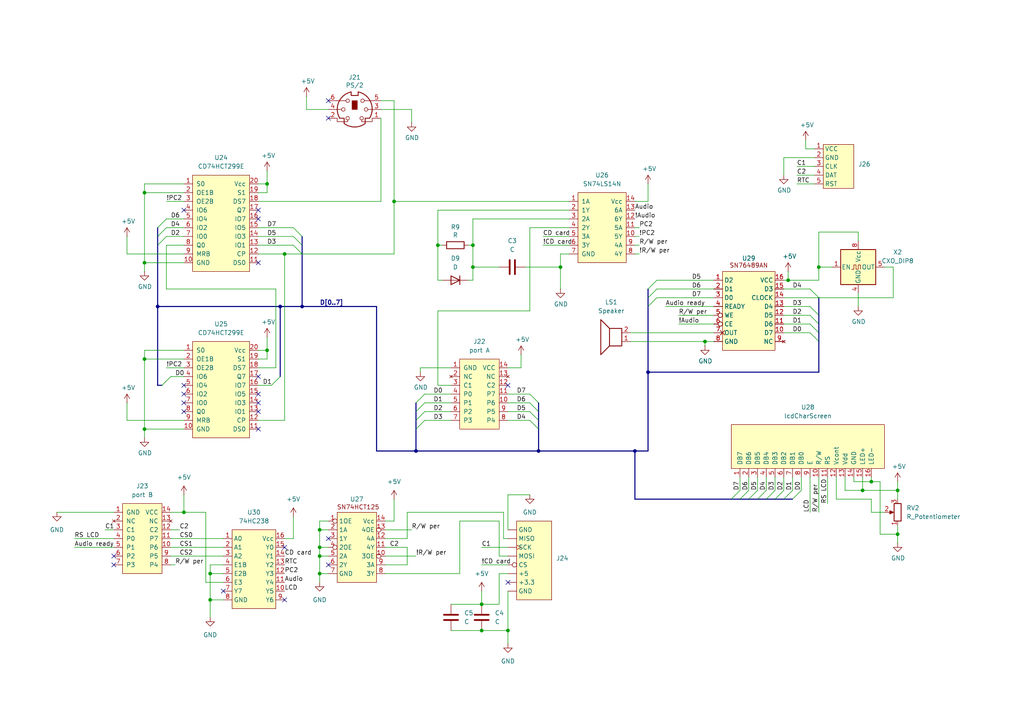
<source format=kicad_sch>
(kicad_sch (version 20250114) (generator "eeschema") (generator_version "9.0")
  (paper "A4")
  (lib_symbols
    (symbol "6502:74HC238"
      (property "Reference" "U6" (at 0 15.24 0))
      (property "Value" "74HC238" (at 0 12.7 0))
      (symbol "74HC238_1_1"
        (rectangle (start -6.35 10.16) (end 6.35 -12.7) (fill (type background)))
        (pin input line (at -8.89 7.62 0) (length 2.54) (name "A0") (number "1"))
        (pin input line (at -8.89 5.08 0) (length 2.54) (name "A1") (number "2"))
        (pin input line (at -8.89 2.54 0) (length 2.54) (name "A2") (number "3"))
        (pin input line (at -8.89 0 0) (length 2.54) (name "E1B") (number "4"))
        (pin input line (at -8.89 -2.54 0) (length 2.54) (name "E2B") (number "5"))
        (pin input line (at -8.89 -5.08 0) (length 2.54) (name "E3") (number "6"))
        (pin output line (at -8.89 -7.62 0) (length 2.54) (name "Y7") (number "7"))
        (pin power_in line (at -8.89 -10.16 0) (length 2.54) (name "GND") (number "8"))
        (pin power_in line (at 8.89 7.62 180) (length 2.54) (name "Vcc") (number "16"))
        (pin output line (at 8.89 5.08 180) (length 2.54) (name "Y0") (number "15"))
        (pin output line (at 8.89 2.54 180) (length 2.54) (name "Y1") (number "14"))
        (pin output line (at 8.89 0 180) (length 2.54) (name "Y2") (number "13"))
        (pin output line (at 8.89 -2.54 180) (length 2.54) (name "Y3") (number "12"))
        (pin output line (at 8.89 -5.08 180) (length 2.54) (name "Y4") (number "11"))
        (pin output line (at 8.89 -7.62 180) (length 2.54) (name "Y5") (number "10"))
        (pin output line (at 8.89 -10.16 180) (length 2.54) (name "Y6") (number "9"))
      )
    )
    (symbol "6502:CD74HCT299E" (pin_names (offset 1.016))
      (property "Reference" "U" (at -1.27 15.24 0))
      (property "Value" "CD74HCT299E" (at 0 -1.27 90))
      (symbol "CD74HCT299E_0_1"
        (rectangle (start -8.89 12.7) (end 7.62 -15.24) (fill (type background)))
      )
      (symbol "CD74HCT299E_1_1"
        (pin input line (at -11.43 10.16 0) (length 2.54) (name "S0") (number "1"))
        (pin input line (at -11.43 7.62 0) (length 2.54) (name "OE1B") (number "2"))
        (pin input line (at -11.43 5.08 0) (length 2.54) (name "OE2B") (number "3"))
        (pin tri_state line (at -11.43 2.54 0) (length 2.54) (name "IO6") (number "4"))
        (pin tri_state line (at -11.43 0 0) (length 2.54) (name "IO4") (number "5"))
        (pin tri_state line (at -11.43 -2.54 0) (length 2.54) (name "IO2") (number "6"))
        (pin tri_state line (at -11.43 -5.08 0) (length 2.54) (name "IO0") (number "7"))
        (pin output line (at -11.43 -7.62 0) (length 2.54) (name "Q0") (number "8"))
        (pin input line (at -11.43 -10.16 0) (length 2.54) (name "MRB") (number "9"))
        (pin power_in line (at -11.43 -12.7 0) (length 2.54) (name "GND") (number "10"))
        (pin power_in line (at 10.16 10.16 180) (length 2.54) (name "Vcc") (number "20"))
        (pin input line (at 10.16 7.62 180) (length 2.54) (name "S1") (number "19"))
        (pin input line (at 10.16 5.08 180) (length 2.54) (name "DS7") (number "18"))
        (pin output line (at 10.16 2.54 180) (length 2.54) (name "Q7") (number "17"))
        (pin tri_state line (at 10.16 0 180) (length 2.54) (name "IO7") (number "16"))
        (pin tri_state line (at 10.16 -2.54 180) (length 2.54) (name "IO5") (number "15"))
        (pin tri_state line (at 10.16 -5.08 180) (length 2.54) (name "IO3") (number "14"))
        (pin tri_state line (at 10.16 -7.62 180) (length 2.54) (name "IO1") (number "13"))
        (pin input line (at 10.16 -10.16 180) (length 2.54) (name "CP") (number "12"))
        (pin input line (at 10.16 -12.7 180) (length 2.54) (name "DS0") (number "11"))
      )
    )
    (symbol "6502:RTC"
      (property "Reference" "J" (at 0.254 8.382 0))
      (symbol "RTC_1_1"
        (rectangle (start -3.81 6.35) (end 5.08 -6.35) (fill (type background)))
        (pin power_in line (at -6.35 5.08 0) (length 2.54) (name "VCC") (number "1"))
        (pin power_in line (at -6.35 2.54 0) (length 2.54) (name "GND") (number "2"))
        (pin input line (at -6.35 0 0) (length 2.54) (name "CLK") (number "3"))
        (pin tri_state line (at -6.35 -2.54 0) (length 2.54) (name "DAT") (number "4"))
        (pin input line (at -6.35 -5.08 0) (length 2.54) (name "RST") (number "5"))
      )
    )
    (symbol "6502:SDconnector"
      (property "Reference" "J" (at -0.508 13.462 0))
      (symbol "SDconnector_1_1"
        (rectangle (start -5.08 11.43) (end 5.08 -11.43) (fill (type background)))
        (pin power_in line (at -7.62 8.89 0) (length 2.54) (name "GND") (number ""))
        (pin output line (at -7.62 6.35 0) (length 2.54) (name "MISO") (number ""))
        (pin input clock (at -7.62 3.81 0) (length 2.54) (name "SCK") (number ""))
        (pin input line (at -7.62 1.27 0) (length 2.54) (name "MOSI") (number ""))
        (pin input inverted (at -7.62 -1.27 0) (length 2.54) (name "CS") (number ""))
        (pin power_in line (at -7.62 -3.81 0) (length 2.54) (name "+5") (number ""))
        (pin power_in line (at -7.62 -6.35 0) (length 2.54) (name "+3.3") (number ""))
        (pin power_in line (at -7.62 -8.89 0) (length 2.54) (name "GND") (number ""))
      )
    )
    (symbol "6502:SN74HCT125"
      (property "Reference" "U" (at -0.508 14.478 0))
      (symbol "SN74HCT125_0_1"
        (rectangle (start -6.35 10.16) (end 5.08 -10.16) (fill (type background)))
      )
      (symbol "SN74HCT125_1_1"
        (text "SN74HCT125" (at -0.254 11.684 0) (effects (font (size 1.27 1.27))))
        (pin input inverted (at -8.89 7.62 0) (length 2.54) (name "1OE") (number "1"))
        (pin input line (at -8.89 5.08 0) (length 2.54) (name "1A") (number "2"))
        (pin tri_state line (at -8.89 2.54 0) (length 2.54) (name "1Y") (number "3"))
        (pin input inverted (at -8.89 0 0) (length 2.54) (name "2OE") (number "4"))
        (pin input line (at -8.89 -2.54 0) (length 2.54) (name "2A") (number "5"))
        (pin tri_state line (at -8.89 -5.08 0) (length 2.54) (name "2Y") (number "6"))
        (pin power_in line (at -8.89 -7.62 0) (length 2.54) (name "GND") (number "7"))
        (pin power_in line (at 7.62 7.62 180) (length 2.54) (name "Vcc") (number "14"))
        (pin input inverted (at 7.62 5.08 180) (length 2.54) (name "4OE") (number "13"))
        (pin input line (at 7.62 2.54 180) (length 2.54) (name "4A") (number "12"))
        (pin tri_state line (at 7.62 0 180) (length 2.54) (name "4Y") (number "11"))
        (pin input inverted (at 7.62 -2.54 180) (length 2.54) (name "3OE") (number "10"))
        (pin input line (at 7.62 -5.08 180) (length 2.54) (name "3A") (number "9"))
        (pin tri_state line (at 7.62 -7.62 180) (length 2.54) (name "3Y") (number "8"))
      )
    )
    (symbol "6502:SN74LS14N" (pin_names (offset 0.9906))
      (property "Reference" "U" (at -3.81 12.7 0))
      (property "Value" "SN74LS14N" (at 0 0 90))
      (symbol "SN74LS14N_0_1"
        (rectangle (start 6.35 -10.16) (end -7.62 10.16) (fill (type background)))
      )
      (symbol "SN74LS14N_1_1"
        (pin input line (at -10.16 7.62 0) (length 2.54) (name "1A") (number "1"))
        (pin output line (at -10.16 5.08 0) (length 2.54) (name "1Y") (number "2"))
        (pin input line (at -10.16 2.54 0) (length 2.54) (name "2A") (number "3"))
        (pin output line (at -10.16 0 0) (length 2.54) (name "2Y") (number "4"))
        (pin input line (at -10.16 -2.54 0) (length 2.54) (name "3A") (number "5"))
        (pin output line (at -10.16 -5.08 0) (length 2.54) (name "3Y") (number "6"))
        (pin power_in line (at -10.16 -7.62 0) (length 2.54) (name "GND") (number "7"))
        (pin power_in line (at 8.89 7.62 180) (length 2.54) (name "Vcc") (number "14"))
        (pin input line (at 8.89 5.08 180) (length 2.54) (name "6A") (number "13"))
        (pin output line (at 8.89 2.54 180) (length 2.54) (name "6Y") (number "12"))
        (pin input line (at 8.89 0 180) (length 2.54) (name "5A") (number "11"))
        (pin output line (at 8.89 -2.54 180) (length 2.54) (name "5Y") (number "10"))
        (pin input line (at 8.89 -5.08 180) (length 2.54) (name "4A") (number "9"))
        (pin output line (at 8.89 -7.62 180) (length 2.54) (name "4Y") (number "8"))
      )
    )
    (symbol "6502:SN76489AN"
      (property "Reference" "U" (at 0 16.002 0))
      (symbol "SN76489AN_1_1"
        (rectangle (start -7.62 11.43) (end 7.62 -11.43) (fill (type background)))
        (text "SN76489AN" (at 0 13.208 0) (effects (font (size 1.27 1.27))))
        (pin tri_state line (at -10.16 8.89 0) (length 2.54) (name "D2") (number "1"))
        (pin tri_state line (at -10.16 6.35 0) (length 2.54) (name "D1") (number "2"))
        (pin tri_state line (at -10.16 3.81 0) (length 2.54) (name "D0") (number "3"))
        (pin output line (at -10.16 1.27 0) (length 2.54) (name "READY") (number "4"))
        (pin input inverted (at -10.16 -1.27 0) (length 2.54) (name "WE") (number "5"))
        (pin input inverted (at -10.16 -3.81 0) (length 2.54) (name "CE") (number "6"))
        (pin output non_logic (at -10.16 -6.35 0) (length 2.54) (name "OUT") (number "7"))
        (pin power_in line (at -10.16 -8.89 0) (length 2.54) (name "GND") (number "8"))
        (pin power_in line (at 10.16 8.89 180) (length 2.54) (name "VCC") (number "16"))
        (pin tri_state line (at 10.16 6.35 180) (length 2.54) (name "D3") (number "15"))
        (pin input line (at 10.16 3.81 180) (length 2.54) (name "CLOCK") (number "14"))
        (pin tri_state line (at 10.16 1.27 180) (length 2.54) (name "D4") (number "13"))
        (pin tri_state line (at 10.16 -1.27 180) (length 2.54) (name "D5") (number "12"))
        (pin tri_state line (at 10.16 -3.81 180) (length 2.54) (name "D6") (number "11"))
        (pin tri_state line (at 10.16 -6.35 180) (length 2.54) (name "D7") (number "10"))
        (pin no_connect line (at 10.16 -8.89 180) (length 2.54) (name "NC") (number "9"))
      )
    )
    (symbol "6502:lcdCharScreen" (pin_names (offset 1.016))
      (property "Reference" "U" (at -1.27 8.89 0))
      (property "Value" "lcdCharScreen" (at -1.27 3.81 0))
      (symbol "lcdCharScreen_0_1"
        (rectangle (start -22.86 6.35) (end 21.59 -6.35) (fill (type background)))
      )
      (symbol "lcdCharScreen_1_1"
        (pin bidirectional line (at -20.32 -8.89 90) (length 2.54) (name "DB7") (number "1"))
        (pin bidirectional line (at -17.78 -8.89 90) (length 2.54) (name "DB6") (number "2"))
        (pin bidirectional line (at -15.24 -8.89 90) (length 2.54) (name "DB5") (number "3"))
        (pin bidirectional line (at -12.7 -8.89 90) (length 2.54) (name "DB4") (number "4"))
        (pin bidirectional line (at -10.16 -8.89 90) (length 2.54) (name "DB3") (number "5"))
        (pin bidirectional line (at -7.62 -8.89 90) (length 2.54) (name "DB2") (number "6"))
        (pin bidirectional line (at -5.08 -8.89 90) (length 2.54) (name "DB1") (number "7"))
        (pin bidirectional line (at -2.54 -8.89 90) (length 2.54) (name "DB0") (number "8"))
        (pin input line (at 0 -8.89 90) (length 2.54) (name "E") (number "9"))
        (pin input line (at 2.54 -8.89 90) (length 2.54) (name "R/W") (number "10"))
        (pin input line (at 5.08 -8.89 90) (length 2.54) (name "RS") (number "11"))
        (pin input line (at 7.62 -8.89 90) (length 2.54) (name "Vcont") (number "12"))
        (pin power_in line (at 10.16 -8.89 90) (length 2.54) (name "Vdd") (number "13"))
        (pin power_in line (at 12.7 -8.89 90) (length 2.54) (name "GND") (number "14"))
        (pin power_in line (at 15.24 -8.89 90) (length 2.54) (name "LED+") (number "15"))
        (pin power_in line (at 17.78 -8.89 90) (length 2.54) (name "LED-") (number "16"))
      )
    )
    (symbol "6502:port" (pin_names (offset 1.016))
      (property "Reference" "J" (at 1.27 11.43 0))
      (property "Value" "port" (at -3.81 11.43 0))
      (symbol "port_0_1"
        (rectangle (start -6.35 10.16) (end 5.08 -10.16) (fill (type background)))
      )
      (symbol "port_1_1"
        (pin power_in line (at -8.89 7.62 0) (length 2.54) (name "GND") (number "1"))
        (pin no_connect line (at -8.89 5.08 0) (length 2.54) (name "NC") (number "2"))
        (pin passive line (at -8.89 2.54 0) (length 2.54) (name "C1") (number "3"))
        (pin passive line (at -8.89 0 0) (length 2.54) (name "P0") (number "4"))
        (pin passive line (at -8.89 -2.54 0) (length 2.54) (name "P1") (number "5"))
        (pin passive line (at -8.89 -5.08 0) (length 2.54) (name "P2") (number "6"))
        (pin passive line (at -8.89 -7.62 0) (length 2.54) (name "P3") (number "7"))
        (pin power_in line (at 7.62 7.62 180) (length 2.54) (name "VCC") (number "14"))
        (pin no_connect line (at 7.62 5.08 180) (length 2.54) (name "NC") (number "13"))
        (pin passive line (at 7.62 2.54 180) (length 2.54) (name "C2") (number "12"))
        (pin passive line (at 7.62 0 180) (length 2.54) (name "P7") (number "11"))
        (pin passive line (at 7.62 -2.54 180) (length 2.54) (name "P6") (number "10"))
        (pin passive line (at 7.62 -5.08 180) (length 2.54) (name "P5") (number "9"))
        (pin passive line (at 7.62 -7.62 180) (length 2.54) (name "P4") (number "8"))
      )
    )
    (symbol "Connector:Mini-DIN-6" (pin_names (offset 1.016))
      (property "Reference" "J" (at 0 6.35 0))
      (property "Value" "Mini-DIN-6" (at 0 -6.35 0))
      (symbol "Mini-DIN-6_0_1"
        (polyline (pts (xy -4.318 -2.54) (xy -3.048 -2.54) (xy -3.048 -4.064)) (stroke (width 0.254)))
        (polyline (pts (xy -3.81 0) (xy -5.08 0)))
        (circle (center -3.302 0) (radius 0.508))
        (polyline (pts (xy -2.54 2.54) (xy -5.08 2.54)))
        (circle (center -2.032 2.54) (radius 0.508))
        (circle (center -2.032 -2.54) (radius 0.508))
        (polyline (pts (xy -2.032 -3.048) (xy -2.032 -3.556) (xy -5.08 -3.556) (xy -5.08 -2.54)))
        (polyline (pts (xy -1.016 5.08) (xy -1.016 4.064) (xy 1.016 4.064) (xy 1.016 5.08)) (stroke (width 0.254)))
        (rectangle (start -0.762 2.54) (end 0.762 0) (fill (type outline)))
        (arc (start 3.048 -4.064) (mid 0 -5.08) (end -3.048 -4.064) (stroke (width 0.254)))
        (arc (start 1.016 5.08) (mid 4.6646 2.1356) (end 4.318 -2.54) (stroke (width 0.254)))
        (arc (start -4.318 -2.54) (mid -4.6241 2.1181) (end -1.016 5.08) (stroke (width 0.254)))
        (circle (center 2.032 -2.54) (radius 0.508))
        (polyline (pts (xy 2.032 -3.048) (xy 2.032 -3.556) (xy 5.08 -3.556) (xy 5.08 -2.54)))
        (circle (center 2.286 2.54) (radius 0.508))
        (polyline (pts (xy 2.794 2.54) (xy 5.08 2.54)))
        (circle (center 3.302 0) (radius 0.508))
        (polyline (pts (xy 4.318 -2.54) (xy 3.048 -2.54) (xy 3.048 -4.064)) (stroke (width 0.254)))
        (polyline (pts (xy 5.08 0) (xy 3.81 0)))
      )
      (symbol "Mini-DIN-6_1_1"
        (pin passive line (at -7.62 2.54 0) (length 2.54) (name "~") (number "6"))
        (pin passive line (at -7.62 0 0) (length 2.54) (name "~") (number "4"))
        (pin passive line (at -7.62 -2.54 0) (length 2.54) (name "~") (number "2"))
        (pin passive line (at 7.62 2.54 180) (length 2.54) (name "~") (number "5"))
        (pin passive line (at 7.62 0 180) (length 2.54) (name "~") (number "3"))
        (pin passive line (at 7.62 -2.54 180) (length 2.54) (name "~") (number "1"))
      )
    )
    (symbol "Device:C" (pin_numbers (hide yes)) (pin_names (offset 0.254))
      (property "Reference" "C" (at 0.635 2.54 0))
      (property "Value" "C" (at 0.635 -2.54 0))
      (symbol "C_0_1"
        (polyline (pts (xy -2.032 0.762) (xy 2.032 0.762)) (stroke (width 0.508)))
        (polyline (pts (xy -2.032 -0.762) (xy 2.032 -0.762)) (stroke (width 0.508)))
      )
      (symbol "C_1_1"
        (pin passive line (at 0 3.81 270) (length 2.794) (name "~") (number "1"))
        (pin passive line (at 0 -3.81 90) (length 2.794) (name "~") (number "2"))
      )
    )
    (symbol "Device:D" (pin_numbers (hide yes)) (pin_names (offset 1.016) (hide yes))
      (property "Reference" "D" (at 0 2.54 0))
      (property "Value" "D" (at 0 -2.54 0))
      (symbol "D_0_1"
        (polyline (pts (xy -1.27 1.27) (xy -1.27 -1.27)) (stroke (width 0.254)))
        (polyline (pts (xy 1.27 1.27) (xy 1.27 -1.27) (xy -1.27 0) (xy 1.27 1.27)) (stroke (width 0.254)))
        (polyline (pts (xy 1.27 0) (xy -1.27 0)))
      )
      (symbol "D_1_1"
        (pin passive line (at -3.81 0 0) (length 2.54) (name "K") (number "1"))
        (pin passive line (at 3.81 0 180) (length 2.54) (name "A") (number "2"))
      )
    )
    (symbol "Device:R" (pin_numbers (hide yes)) (pin_names (offset 0))
      (property "Reference" "R" (at 2.032 0 90))
      (property "Value" "R" (at 0 0 90))
      (symbol "R_0_1"
        (rectangle (start -1.016 -2.54) (end 1.016 2.54) (stroke (width 0.254)))
      )
      (symbol "R_1_1"
        (pin passive line (at 0 3.81 270) (length 1.27) (name "~") (number "1"))
        (pin passive line (at 0 -3.81 90) (length 1.27) (name "~") (number "2"))
      )
    )
    (symbol "Device:R_Potentiometer" (pin_names (offset 1.016) (hide yes))
      (property "Reference" "RV" (at -4.445 0 90))
      (property "Value" "R_Potentiometer" (at -2.54 0 90))
      (symbol "R_Potentiometer_0_1"
        (rectangle (start 1.016 2.54) (end -1.016 -2.54) (stroke (width 0.254)))
        (polyline (pts (xy 1.143 0) (xy 2.286 0.508) (xy 2.286 -0.508) (xy 1.143 0)) (fill (type outline)))
        (polyline (pts (xy 2.54 0) (xy 1.524 0)))
      )
      (symbol "R_Potentiometer_1_1"
        (pin passive line (at 0 3.81 270) (length 1.27) (name "1") (number "1"))
        (pin passive line (at 0 -3.81 90) (length 1.27) (name "3") (number "3"))
        (pin passive line (at 3.81 0 180) (length 1.27) (name "2") (number "2"))
      )
    )
    (symbol "Device:Speaker" (pin_names (offset 0) (hide yes))
      (property "Reference" "LS" (at 1.27 5.715 0))
      (property "Value" "Speaker" (at 1.27 3.81 0))
      (symbol "Speaker_0_0"
        (rectangle (start -2.54 1.27) (end 1.016 -3.81) (stroke (width 0.254)))
        (polyline (pts (xy 1.016 1.27) (xy 3.556 3.81) (xy 3.556 -6.35) (xy 1.016 -3.81)) (stroke (width 0.254)))
      )
      (symbol "Speaker_1_1"
        (pin input line (at -5.08 0 0) (length 2.54) (name "1") (number "1"))
        (pin input line (at -5.08 -2.54 0) (length 2.54) (name "2") (number "2"))
      )
    )
    (symbol "Oscillator:CXO_DIP8" (pin_names (offset 0.254))
      (property "Reference" "X" (at -5.08 6.35 0))
      (property "Value" "CXO_DIP8" (at 1.27 -6.35 0))
      (symbol "CXO_DIP8_0_1"
        (rectangle (start -5.08 5.08) (end 5.08 -5.08) (stroke (width 0.254)) (fill (type background)))
        (polyline (pts (xy -1.905 -0.635) (xy -1.27 -0.635) (xy -1.27 0.635) (xy -0.635 0.635) (xy -0.635 -0.635) (xy 0 -0.635) (xy 0 0.635) (xy 0.635 0.635) (xy 0.635 -0.635)))
      )
      (symbol "CXO_DIP8_1_1"
        (pin input line (at -7.62 0 0) (length 2.54) (name "EN") (number "1"))
        (pin power_in line (at 0 7.62 270) (length 2.54) (name "Vcc") (number "8"))
        (pin power_in line (at 0 -7.62 90) (length 2.54) (name "GND") (number "4"))
        (pin output line (at 7.62 0 180) (length 2.54) (name "OUT") (number "5"))
      )
    )
    (symbol "power:+5V" (power) (pin_numbers (hide yes)) (pin_names (offset 0) (hide yes))
      (property "Value" "+5V" (at 0 3.556 0))
      (symbol "+5V_0_1"
        (polyline (pts (xy -0.762 1.27) (xy 0 2.54)))
        (polyline (pts (xy 0 2.54) (xy 0.762 1.27)))
        (polyline (pts (xy 0 0) (xy 0 2.54)))
      )
      (symbol "+5V_1_1"
        (pin power_in line (at 0 0 90) (length 0) (name "~") (number "1"))
      )
    )
    (symbol "power:GND" (power) (pin_numbers (hide yes)) (pin_names (offset 0) (hide yes))
      (property "Value" "GND" (at 0 -3.81 0))
      (symbol "GND_0_1"
        (polyline (pts (xy 0 0) (xy 0 -1.27) (xy 1.27 -1.27) (xy 0 -2.54) (xy -1.27 -1.27) (xy 0 -1.27)))
      )
      (symbol "GND_1_1"
        (pin power_in line (at 0 0 270) (length 0) (name "~") (number "1"))
      )
    )
  )
  (junction (at 120.65 130.81))
  (junction (at 237.49 77.47))
  (junction (at 228.6 81.28))
  (junction (at 250.19 142.24))
  (junction (at 41.91 76.2))
  (junction (at 92.71 158.75))
  (junction (at 139.7 175.26))
  (junction (at 162.56 77.47))
  (junction (at 92.71 161.29))
  (junction (at 252.73 139.7))
  (junction (at 137.16 71.12))
  (junction (at 77.47 53.34))
  (junction (at 87.63 88.9))
  (junction (at 260.35 154.94))
  (junction (at 204.47 99.06))
  (junction (at 41.91 124.46))
  (junction (at 77.47 101.6))
  (junction (at 92.71 166.37))
  (junction (at 81.28 88.9))
  (junction (at 156.21 130.81))
  (junction (at 41.91 55.88))
  (junction (at 45.72 88.9))
  (junction (at 260.35 142.24))
  (junction (at 53.34 148.59))
  (junction (at 92.71 153.67))
  (junction (at 187.96 107.95))
  (junction (at 41.91 104.14))
  (junction (at 184.15 130.81))
  (junction (at 82.55 73.66))
  (junction (at 114.3 58.42))
  (junction (at 127 71.12))
  (junction (at 147.32 182.88))
  (junction (at 60.96 173.99))
  (junction (at 60.96 166.37))
  (junction (at 137.16 77.47))
  (junction (at 139.7 182.88))
  (no_connect (at 53.34 111.76))
  (no_connect (at 95.25 163.83))
  (no_connect (at 74.93 116.84))
  (no_connect (at 147.32 111.76))
  (no_connect (at 74.93 114.3))
  (no_connect (at 74.93 60.96))
  (no_connect (at 74.93 119.38))
  (no_connect (at 74.93 109.22))
  (no_connect (at 33.02 163.83))
  (no_connect (at 64.77 171.45))
  (no_connect (at 82.55 173.99))
  (no_connect (at 74.93 63.5))
  (no_connect (at 95.25 34.29))
  (no_connect (at 147.32 168.91))
  (no_connect (at 82.55 158.75))
  (no_connect (at 53.34 60.96))
  (no_connect (at 53.34 116.84))
  (no_connect (at 95.25 29.21))
  (no_connect (at 74.93 76.2))
  (no_connect (at 74.93 124.46))
  (no_connect (at 95.25 156.21))
  (no_connect (at 33.02 161.29))
  (no_connect (at 53.34 119.38))
  (no_connect (at 53.34 114.3))
  (bus_entry (at 45.72 66.04) (size 2.54 -2.54))
  (bus_entry (at 234.95 93.98) (size 2.54 2.54))
  (bus_entry (at 229.87 144.78) (size 2.54 -2.54))
  (bus_entry (at 153.67 114.3) (size 2.54 2.54))
  (bus_entry (at 153.67 119.38) (size 2.54 2.54))
  (bus_entry (at 214.63 144.78) (size 2.54 -2.54))
  (bus_entry (at 234.95 83.82) (size 2.54 2.54))
  (bus_entry (at 217.17 144.78) (size 2.54 -2.54))
  (bus_entry (at 85.09 71.12) (size 2.54 2.54))
  (bus_entry (at 234.95 88.9) (size 2.54 2.54))
  (bus_entry (at 234.95 91.44) (size 2.54 2.54))
  (bus_entry (at 46.99 111.76) (size 2.54 -2.54))
  (bus_entry (at 153.67 121.92) (size 2.54 2.54))
  (bus_entry (at 120.65 119.38) (size 2.54 -2.54))
  (bus_entry (at 78.74 111.76) (size 2.54 -2.54))
  (bus_entry (at 120.65 116.84) (size 2.54 -2.54))
  (bus_entry (at 85.09 68.58) (size 2.54 2.54))
  (bus_entry (at 187.96 83.82) (size 2.54 -2.54))
  (bus_entry (at 120.65 121.92) (size 2.54 -2.54))
  (bus_entry (at 153.67 116.84) (size 2.54 2.54))
  (bus_entry (at 224.79 144.78) (size 2.54 -2.54))
  (bus_entry (at 219.71 144.78) (size 2.54 -2.54))
  (bus_entry (at 187.96 86.36) (size 2.54 -2.54))
  (bus_entry (at 212.09 144.78) (size 2.54 -2.54))
  (bus_entry (at 227.33 144.78) (size 2.54 -2.54))
  (bus_entry (at 45.72 71.12) (size 2.54 -2.54))
  (bus_entry (at 120.65 124.46) (size 2.54 -2.54))
  (bus_entry (at 234.95 96.52) (size 2.54 2.54))
  (bus_entry (at 85.09 66.04) (size 2.54 2.54))
  (bus_entry (at 45.72 68.58) (size 2.54 -2.54))
  (bus_entry (at 222.25 144.78) (size 2.54 -2.54))
  (bus_entry (at 187.96 88.9) (size 2.54 -2.54))
  (wire (pts (xy 248.92 67.31) (xy 237.49 67.31)))
  (wire (pts (xy 130.81 182.88) (xy 139.7 182.88)))
  (wire (pts (xy 193.04 88.9) (xy 207.01 88.9)))
  (bus (pts (xy 217.17 144.78) (xy 219.71 144.78)))
  (wire (pts (xy 139.7 158.75) (xy 147.32 158.75)))
  (wire (pts (xy 184.15 68.58) (xy 185.42 68.58)))
  (wire (pts (xy 255.27 154.94) (xy 260.35 154.94)))
  (wire (pts (xy 82.55 121.92) (xy 74.93 121.92)))
  (wire (pts (xy 147.32 121.92) (xy 153.67 121.92)))
  (wire (pts (xy 151.13 106.68) (xy 151.13 102.87)))
  (wire (pts (xy 92.71 161.29) (xy 95.25 161.29)))
  (wire (pts (xy 147.32 143.51) (xy 153.67 143.51)))
  (wire (pts (xy 190.5 81.28) (xy 207.01 81.28)))
  (wire (pts (xy 147.32 182.88) (xy 147.32 186.69)))
  (bus (pts (xy 184.15 144.78) (xy 212.09 144.78)))
  (wire (pts (xy 146.05 148.59) (xy 146.05 156.21)))
  (wire (pts (xy 130.81 119.38) (xy 123.19 119.38)))
  (wire (pts (xy 260.35 142.24) (xy 260.35 144.78)))
  (wire (pts (xy 111.76 151.13) (xy 114.3 151.13)))
  (wire (pts (xy 252.73 138.43) (xy 252.73 139.7)))
  (wire (pts (xy 119.38 31.75) (xy 119.38 35.56)))
  (bus (pts (xy 120.65 124.46) (xy 120.65 130.81)))
  (wire (pts (xy 53.34 55.88) (xy 41.91 55.88)))
  (wire (pts (xy 147.32 119.38) (xy 153.67 119.38)))
  (wire (pts (xy 82.55 73.66) (xy 82.55 121.92)))
  (wire (pts (xy 165.1 60.96) (xy 127 60.96)))
  (bus (pts (xy 120.65 130.81) (xy 109.22 130.81)))
  (wire (pts (xy 49.53 156.21) (xy 64.77 156.21)))
  (wire (pts (xy 135.89 71.12) (xy 137.16 71.12)))
  (wire (pts (xy 162.56 77.47) (xy 162.56 83.82)))
  (bus (pts (xy 184.15 144.78) (xy 184.15 130.81)))
  (wire (pts (xy 147.32 153.67) (xy 147.32 143.51)))
  (wire (pts (xy 245.11 142.24) (xy 250.19 142.24)))
  (wire (pts (xy 74.93 111.76) (xy 78.74 111.76)))
  (wire (pts (xy 41.91 104.14) (xy 41.91 101.6)))
  (wire (pts (xy 110.49 31.75) (xy 119.38 31.75)))
  (wire (pts (xy 248.92 85.09) (xy 248.92 88.9)))
  (bus (pts (xy 45.72 71.12) (xy 45.72 88.9)))
  (wire (pts (xy 255.27 139.7) (xy 255.27 154.94)))
  (bus (pts (xy 87.63 73.66) (xy 87.63 88.9)))
  (wire (pts (xy 95.25 31.75) (xy 88.9 31.75)))
  (wire (pts (xy 80.01 106.68) (xy 80.01 83.82)))
  (bus (pts (xy 81.28 88.9) (xy 45.72 88.9)))
  (wire (pts (xy 250.19 142.24) (xy 260.35 142.24)))
  (wire (pts (xy 227.33 88.9) (xy 234.95 88.9)))
  (wire (pts (xy 229.87 138.43) (xy 229.87 142.24)))
  (wire (pts (xy 147.32 116.84) (xy 153.67 116.84)))
  (wire (pts (xy 127 90.17) (xy 127 111.76)))
  (wire (pts (xy 182.88 96.52) (xy 207.01 96.52)))
  (wire (pts (xy 111.76 163.83) (xy 118.11 163.83)))
  (wire (pts (xy 41.91 124.46) (xy 53.34 124.46)))
  (wire (pts (xy 135.89 81.28) (xy 137.16 81.28)))
  (wire (pts (xy 227.33 138.43) (xy 227.33 142.24)))
  (bus (pts (xy 45.72 68.58) (xy 45.72 71.12)))
  (bus (pts (xy 212.09 144.78) (xy 214.63 144.78)))
  (bus (pts (xy 187.96 86.36) (xy 187.96 88.9)))
  (wire (pts (xy 227.33 91.44) (xy 234.95 91.44)))
  (wire (pts (xy 85.09 149.86) (xy 85.09 156.21)))
  (bus (pts (xy 237.49 93.98) (xy 237.49 96.52)))
  (wire (pts (xy 184.15 58.42) (xy 187.96 58.42)))
  (wire (pts (xy 227.33 93.98) (xy 234.95 93.98)))
  (wire (pts (xy 227.33 86.36) (xy 237.49 86.36)))
  (wire (pts (xy 237.49 77.47) (xy 237.49 81.28)))
  (wire (pts (xy 111.76 158.75) (xy 118.11 158.75)))
  (wire (pts (xy 48.26 58.42) (xy 53.34 58.42)))
  (wire (pts (xy 130.81 106.68) (xy 121.92 106.68)))
  (wire (pts (xy 190.5 83.82) (xy 207.01 83.82)))
  (wire (pts (xy 162.56 73.66) (xy 162.56 77.47)))
  (wire (pts (xy 92.71 161.29) (xy 92.71 166.37)))
  (wire (pts (xy 92.71 158.75) (xy 95.25 158.75)))
  (wire (pts (xy 74.93 71.12) (xy 85.09 71.12)))
  (wire (pts (xy 92.71 168.91) (xy 92.71 166.37)))
  (wire (pts (xy 60.96 166.37) (xy 64.77 166.37)))
  (wire (pts (xy 60.96 173.99) (xy 64.77 173.99)))
  (wire (pts (xy 184.15 66.04) (xy 185.42 66.04)))
  (wire (pts (xy 139.7 175.26) (xy 144.78 175.26)))
  (wire (pts (xy 237.49 148.59) (xy 237.49 138.43)))
  (wire (pts (xy 110.49 29.21) (xy 114.3 29.21)))
  (bus (pts (xy 120.65 121.92) (xy 120.65 124.46)))
  (wire (pts (xy 153.67 90.17) (xy 127 90.17)))
  (wire (pts (xy 214.63 138.43) (xy 214.63 142.24)))
  (wire (pts (xy 130.81 121.92) (xy 123.19 121.92)))
  (bus (pts (xy 156.21 121.92) (xy 156.21 124.46)))
  (bus (pts (xy 184.15 130.81) (xy 156.21 130.81)))
  (wire (pts (xy 49.53 163.83) (xy 50.8 163.83)))
  (wire (pts (xy 196.85 93.98) (xy 207.01 93.98)))
  (wire (pts (xy 77.47 53.34) (xy 77.47 49.53)))
  (wire (pts (xy 184.15 73.66) (xy 185.42 73.66)))
  (wire (pts (xy 260.35 139.7) (xy 260.35 142.24)))
  (wire (pts (xy 110.49 58.42) (xy 74.93 58.42)))
  (wire (pts (xy 48.26 71.12) (xy 53.34 71.12)))
  (wire (pts (xy 64.77 163.83) (xy 60.96 163.83)))
  (wire (pts (xy 111.76 166.37) (xy 133.35 166.37)))
  (wire (pts (xy 182.88 99.06) (xy 204.47 99.06)))
  (bus (pts (xy 224.79 144.78) (xy 227.33 144.78)))
  (wire (pts (xy 127 71.12) (xy 128.27 71.12)))
  (wire (pts (xy 41.91 55.88) (xy 41.91 76.2)))
  (wire (pts (xy 36.83 73.66) (xy 36.83 68.58)))
  (wire (pts (xy 147.32 171.45) (xy 147.32 182.88)))
  (bus (pts (xy 120.65 119.38) (xy 120.65 121.92)))
  (wire (pts (xy 60.96 166.37) (xy 60.96 173.99)))
  (wire (pts (xy 60.96 173.99) (xy 60.96 179.07)))
  (wire (pts (xy 137.16 71.12) (xy 137.16 77.47)))
  (wire (pts (xy 232.41 138.43) (xy 232.41 142.24)))
  (wire (pts (xy 144.78 175.26) (xy 144.78 166.37)))
  (bus (pts (xy 45.72 66.04) (xy 45.72 68.58)))
  (wire (pts (xy 53.34 143.51) (xy 53.34 148.59)))
  (wire (pts (xy 60.96 163.83) (xy 60.96 166.37)))
  (wire (pts (xy 240.03 146.05) (xy 240.03 138.43)))
  (wire (pts (xy 21.59 158.75) (xy 33.02 158.75)))
  (wire (pts (xy 92.71 153.67) (xy 92.71 158.75)))
  (wire (pts (xy 147.32 114.3) (xy 153.67 114.3)))
  (wire (pts (xy 190.5 86.36) (xy 207.01 86.36)))
  (wire (pts (xy 92.71 151.13) (xy 92.71 153.67)))
  (wire (pts (xy 114.3 29.21) (xy 114.3 58.42)))
  (wire (pts (xy 187.96 58.42) (xy 187.96 53.34)))
  (bus (pts (xy 87.63 68.58) (xy 87.63 71.12)))
  (bus (pts (xy 237.49 96.52) (xy 237.49 99.06)))
  (wire (pts (xy 227.33 96.52) (xy 234.95 96.52)))
  (bus (pts (xy 237.49 86.36) (xy 237.49 91.44)))
  (wire (pts (xy 252.73 144.78) (xy 252.73 148.59)))
  (bus (pts (xy 156.21 119.38) (xy 156.21 121.92)))
  (wire (pts (xy 242.57 144.78) (xy 252.73 144.78)))
  (wire (pts (xy 144.78 161.29) (xy 147.32 161.29)))
  (bus (pts (xy 237.49 99.06) (xy 237.49 107.95)))
  (bus (pts (xy 156.21 124.46) (xy 156.21 130.81)))
  (wire (pts (xy 137.16 77.47) (xy 144.78 77.47)))
  (wire (pts (xy 137.16 63.5) (xy 165.1 63.5)))
  (wire (pts (xy 137.16 71.12) (xy 137.16 63.5)))
  (wire (pts (xy 237.49 86.36) (xy 259.08 86.36)))
  (bus (pts (xy 81.28 109.22) (xy 81.28 88.9)))
  (wire (pts (xy 207.01 99.06) (xy 204.47 99.06)))
  (wire (pts (xy 260.35 154.94) (xy 260.35 152.4)))
  (wire (pts (xy 139.7 182.88) (xy 147.32 182.88)))
  (bus (pts (xy 87.63 71.12) (xy 87.63 73.66)))
  (wire (pts (xy 121.92 106.68) (xy 121.92 107.95)))
  (bus (pts (xy 237.49 107.95) (xy 187.96 107.95)))
  (wire (pts (xy 110.49 34.29) (xy 110.49 58.42)))
  (wire (pts (xy 88.9 31.75) (xy 88.9 27.94)))
  (wire (pts (xy 41.91 53.34) (xy 53.34 53.34)))
  (wire (pts (xy 260.35 154.94) (xy 260.35 157.48)))
  (wire (pts (xy 219.71 138.43) (xy 219.71 142.24)))
  (wire (pts (xy 95.25 151.13) (xy 92.71 151.13)))
  (wire (pts (xy 21.59 156.21) (xy 33.02 156.21)))
  (bus (pts (xy 156.21 116.84) (xy 156.21 119.38)))
  (wire (pts (xy 237.49 81.28) (xy 228.6 81.28)))
  (wire (pts (xy 111.76 156.21) (xy 118.11 156.21)))
  (wire (pts (xy 41.91 124.46) (xy 41.91 127)))
  (bus (pts (xy 214.63 144.78) (xy 217.17 144.78)))
  (wire (pts (xy 118.11 156.21) (xy 118.11 148.59)))
  (wire (pts (xy 157.48 68.58) (xy 165.1 68.58)))
  (wire (pts (xy 118.11 158.75) (xy 118.11 163.83)))
  (wire (pts (xy 247.65 138.43) (xy 247.65 139.7)))
  (wire (pts (xy 184.15 71.12) (xy 185.42 71.12)))
  (wire (pts (xy 127 60.96) (xy 127 71.12)))
  (wire (pts (xy 114.3 151.13) (xy 114.3 144.78)))
  (bus (pts (xy 87.63 88.9) (xy 81.28 88.9)))
  (wire (pts (xy 111.76 161.29) (xy 120.65 161.29)))
  (wire (pts (xy 228.6 81.28) (xy 227.33 81.28)))
  (wire (pts (xy 127 81.28) (xy 127 71.12)))
  (wire (pts (xy 147.32 106.68) (xy 151.13 106.68)))
  (wire (pts (xy 53.34 148.59) (xy 49.53 148.59)))
  (wire (pts (xy 236.22 43.18) (xy 233.68 43.18)))
  (wire (pts (xy 77.47 101.6) (xy 77.47 97.79)))
  (wire (pts (xy 231.14 53.34) (xy 236.22 53.34)))
  (wire (pts (xy 139.7 171.45) (xy 139.7 175.26)))
  (wire (pts (xy 41.91 101.6) (xy 53.34 101.6)))
  (wire (pts (xy 74.93 68.58) (xy 85.09 68.58)))
  (wire (pts (xy 74.93 104.14) (xy 77.47 104.14)))
  (wire (pts (xy 252.73 139.7) (xy 255.27 139.7)))
  (wire (pts (xy 48.26 106.68) (xy 53.34 106.68)))
  (wire (pts (xy 53.34 104.14) (xy 41.91 104.14)))
  (wire (pts (xy 233.68 43.18) (xy 233.68 40.64)))
  (wire (pts (xy 153.67 66.04) (xy 153.67 90.17)))
  (wire (pts (xy 222.25 138.43) (xy 222.25 142.24)))
  (wire (pts (xy 248.92 69.85) (xy 248.92 67.31)))
  (wire (pts (xy 59.69 148.59) (xy 53.34 148.59)))
  (wire (pts (xy 259.08 86.36) (xy 259.08 77.47)))
  (bus (pts (xy 187.96 130.81) (xy 187.96 107.95)))
  (wire (pts (xy 92.71 166.37) (xy 95.25 166.37)))
  (wire (pts (xy 64.77 168.91) (xy 59.69 168.91)))
  (wire (pts (xy 144.78 166.37) (xy 147.32 166.37)))
  (wire (pts (xy 41.91 76.2) (xy 41.91 78.74)))
  (wire (pts (xy 80.01 83.82) (xy 48.26 83.82)))
  (wire (pts (xy 165.1 66.04) (xy 153.67 66.04)))
  (wire (pts (xy 49.53 161.29) (xy 64.77 161.29)))
  (bus (pts (xy 237.49 91.44) (xy 237.49 93.98)))
  (wire (pts (xy 157.48 71.12) (xy 165.1 71.12)))
  (wire (pts (xy 227.33 83.82) (xy 234.95 83.82)))
  (wire (pts (xy 247.65 139.7) (xy 252.73 139.7)))
  (wire (pts (xy 48.26 83.82) (xy 48.26 71.12)))
  (wire (pts (xy 53.34 121.92) (xy 36.83 121.92)))
  (wire (pts (xy 53.34 73.66) (xy 36.83 73.66)))
  (bus (pts (xy 120.65 116.84) (xy 120.65 119.38)))
  (wire (pts (xy 74.93 55.88) (xy 77.47 55.88)))
  (wire (pts (xy 252.73 148.59) (xy 256.54 148.59)))
  (wire (pts (xy 74.93 101.6) (xy 77.47 101.6)))
  (bus (pts (xy 184.15 130.81) (xy 187.96 130.81)))
  (wire (pts (xy 87.63 73.66) (xy 114.3 73.66)))
  (wire (pts (xy 53.34 68.58) (xy 48.26 68.58)))
  (bus (pts (xy 109.22 88.9) (xy 87.63 88.9)))
  (wire (pts (xy 41.91 76.2) (xy 53.34 76.2)))
  (wire (pts (xy 59.69 168.91) (xy 59.69 148.59)))
  (wire (pts (xy 53.34 66.04) (xy 48.26 66.04)))
  (wire (pts (xy 234.95 148.59) (xy 234.95 138.43)))
  (bus (pts (xy 109.22 130.81) (xy 109.22 88.9)))
  (wire (pts (xy 130.81 116.84) (xy 123.19 116.84)))
  (wire (pts (xy 74.93 66.04) (xy 85.09 66.04)))
  (wire (pts (xy 30.48 153.67) (xy 33.02 153.67)))
  (wire (pts (xy 111.76 153.67) (xy 119.38 153.67)))
  (wire (pts (xy 16.51 148.59) (xy 33.02 148.59)))
  (wire (pts (xy 259.08 77.47) (xy 256.54 77.47)))
  (wire (pts (xy 242.57 138.43) (xy 242.57 144.78)))
  (bus (pts (xy 45.72 88.9) (xy 45.72 111.76)))
  (bus (pts (xy 46.99 111.76) (xy 45.72 111.76)))
  (wire (pts (xy 227.33 45.72) (xy 227.33 50.8)))
  (wire (pts (xy 49.53 158.75) (xy 64.77 158.75)))
  (wire (pts (xy 224.79 138.43) (xy 224.79 142.24)))
  (wire (pts (xy 114.3 58.42) (xy 165.1 58.42)))
  (wire (pts (xy 137.16 77.47) (xy 137.16 81.28)))
  (wire (pts (xy 204.47 99.06) (xy 204.47 100.33)))
  (wire (pts (xy 144.78 151.13) (xy 144.78 161.29)))
  (wire (pts (xy 82.55 73.66) (xy 87.63 73.66)))
  (wire (pts (xy 53.34 63.5) (xy 48.26 63.5)))
  (wire (pts (xy 228.6 78.74) (xy 228.6 81.28)))
  (bus (pts (xy 187.96 88.9) (xy 187.96 107.95)))
  (wire (pts (xy 217.17 138.43) (xy 217.17 142.24)))
  (wire (pts (xy 196.85 91.44) (xy 207.01 91.44)))
  (wire (pts (xy 130.81 175.26) (xy 139.7 175.26)))
  (wire (pts (xy 165.1 73.66) (xy 162.56 73.66)))
  (wire (pts (xy 49.53 153.67) (xy 52.07 153.67)))
  (wire (pts (xy 74.93 106.68) (xy 80.01 106.68)))
  (wire (pts (xy 146.05 156.21) (xy 147.32 156.21)))
  (wire (pts (xy 130.81 114.3) (xy 123.19 114.3)))
  (wire (pts (xy 36.83 121.92) (xy 36.83 116.84)))
  (wire (pts (xy 92.71 158.75) (xy 92.71 161.29)))
  (wire (pts (xy 152.4 77.47) (xy 162.56 77.47)))
  (wire (pts (xy 92.71 153.67) (xy 95.25 153.67)))
  (wire (pts (xy 53.34 109.22) (xy 49.53 109.22)))
  (wire (pts (xy 236.22 45.72) (xy 227.33 45.72)))
  (wire (pts (xy 118.11 148.59) (xy 146.05 148.59)))
  (wire (pts (xy 231.14 50.8) (xy 236.22 50.8)))
  (wire (pts (xy 237.49 67.31) (xy 237.49 77.47)))
  (bus (pts (xy 156.21 130.81) (xy 120.65 130.81)))
  (wire (pts (xy 82.55 73.66) (xy 74.93 73.66)))
  (bus (pts (xy 187.96 83.82) (xy 187.96 86.36)))
  (wire (pts (xy 139.7 163.83) (xy 147.32 163.83)))
  (wire (pts (xy 237.49 77.47) (xy 241.3 77.47)))
  (bus (pts (xy 219.71 144.78) (xy 222.25 144.78)))
  (wire (pts (xy 74.93 53.34) (xy 77.47 53.34)))
  (wire (pts (xy 127 81.28) (xy 128.27 81.28)))
  (wire (pts (xy 231.14 48.26) (xy 236.22 48.26)))
  (wire (pts (xy 133.35 151.13) (xy 144.78 151.13)))
  (wire (pts (xy 41.91 55.88) (xy 41.91 53.34)))
  (wire (pts (xy 127 111.76) (xy 130.81 111.76)))
  (wire (pts (xy 245.11 138.43) (xy 245.11 142.24)))
  (wire (pts (xy 77.47 104.14) (xy 77.47 101.6)))
  (wire (pts (xy 41.91 104.14) (xy 41.91 124.46)))
  (wire (pts (xy 114.3 58.42) (xy 114.3 73.66)))
  (wire (pts (xy 250.19 138.43) (xy 250.19 142.24)))
  (bus (pts (xy 227.33 144.78) (xy 229.87 144.78)))
  (wire (pts (xy 77.47 55.88) (xy 77.47 53.34)))
  (wire (pts (xy 82.55 156.21) (xy 85.09 156.21)))
  (wire (pts (xy 133.35 166.37) (xy 133.35 151.13)))
  (bus (pts (xy 222.25 144.78) (xy 224.79 144.78)))
  (label "D1" (at 125.73 116.84 0))
  (label "D6" (at 49.53 63.5 0))
  (label "D1" (at 76.2 111.76 0))
  (label "CS1" (at 52.07 158.75 0))
  (label "D5" (at 219.71 142.24 90))
  (label "D5" (at 200.66 81.28 0))
  (label "C1" (at 30.48 153.67 0))
  (label "RTC" (at 82.55 163.83 0))
  (label "C2" (at 231.14 50.8 0))
  (label "D0" (at 125.73 114.3 0))
  (label "D4" (at 49.53 66.04 0))
  (label "RS LCD" (at 240.03 146.05 90))
  (label "!CD card" (at 157.48 71.12 0))
  (label "LCD" (at 234.95 148.59 90))
  (label "D0" (at 232.41 142.24 90))
  (label "D2" (at 125.73 119.38 0))
  (label "D3" (at 229.87 88.9 0))
  (label "RS LCD" (at 21.59 156.21 0))
  (label "CS2" (at 52.07 161.29 0))
  (label "Audio ready" (at 21.59 158.75 0))
  (label "D3" (at 224.79 142.24 90))
  (label "!R{slash}W per" (at 185.42 73.66 0))
  (label "D7" (at 200.66 86.36 0))
  (label "CD card" (at 82.55 161.29 0))
  (label "R{slash}W per" (at 237.49 148.59 90))
  (label "D3" (at 77.47 71.12 0))
  (label "CD card" (at 157.48 68.58 0))
  (label "D4" (at 149.86 121.92 0))
  (label "D7" (at 77.47 66.04 0))
  (label "!Audio" (at 184.15 63.5 0))
  (label "!Audio" (at 196.85 93.98 0))
  (label "D3" (at 125.73 121.92 0))
  (label "C1" (at 139.7 158.75 0))
  (label "R{slash}W per" (at 50.8 163.83 0))
  (label "D4" (at 229.87 83.82 0))
  (label "!CD card" (at 139.7 163.83 0))
  (label "D2" (at 49.53 68.58 0))
  (label "D2" (at 229.87 91.44 0))
  (label "D5" (at 77.47 68.58 0))
  (label "R{slash}W per" (at 185.42 71.12 0))
  (label "D5" (at 149.86 119.38 0))
  (label "!R{slash}W per" (at 120.65 161.29 0))
  (label "R{slash}W per" (at 119.38 153.67 0))
  (label "Audio" (at 184.15 60.96 0))
  (label "Audio ready" (at 193.04 88.9 0))
  (label "C1" (at 231.14 48.26 0))
  (label "RTC" (at 231.14 53.34 0))
  (label "!PC2" (at 185.42 68.58 0))
  (label "R{slash}W per" (at 196.85 91.44 0))
  (label "D0" (at 229.87 96.52 0))
  (label "D1" (at 229.87 142.24 90))
  (label "!PC2" (at 48.26 58.42 0))
  (label "PC2" (at 185.42 66.04 0))
  (label "D6" (at 200.66 83.82 0))
  (label "D6" (at 217.17 142.24 90))
  (label "D2" (at 227.33 142.24 90))
  (label "C2" (at 52.07 153.67 0))
  (label "D7" (at 214.63 142.24 90))
  (label "D1" (at 229.87 93.98 0))
  (label "!PC2" (at 48.26 106.68 0))
  (label "C2" (at 113.03 158.75 0))
  (label "PC2" (at 82.55 166.37 0))
  (label "D7" (at 149.86 114.3 0))
  (label "LCD" (at 82.55 171.45 0))
  (label "D[0..7]" (at 92.71 88.9 0) (effects (font (bold yes))))
  (label "CS0" (at 52.07 156.21 0))
  (label "D0" (at 50.8 109.22 0))
  (label "D4" (at 222.25 142.24 90))
  (label "D6" (at 149.86 116.84 0))
  (label "Audio" (at 82.55 168.91 0))
  (symbol (lib_id "power:GND") (at 92.71 168.91 0) (unit 1)
    (property "Reference" "#PWR0116" (effects (hide yes)))
    (property "Value" "GND" (at 92.71 173.99 0))
    (property "Description" "Power symbol creates a global label with name \"GND\" , ground" (effects (hide yes)))
  )
  (symbol (lib_id "Device:D") (at 132.08 81.28 180) (unit 1)
    (property "Reference" "D9" (at 132.08 74.93 0))
    (property "Value" "D" (at 132.08 77.47 0))
    (property "Description" "Diode" (effects (hide yes)))
    (property "Sim.Device" "D" (effects (hide yes)))
    (property "Sim.Pins" "1=K 2=A" (effects (hide yes)))
  )
  (symbol (lib_id "6502:SN76489AN") (at 217.17 90.17 0) (unit 1)
    (property "Reference" "U29" (at 217.17 74.93 0))
  )
  (symbol (lib_id "Device:Speaker") (at 177.8 99.06 180) (unit 1)
    (property "Reference" "LS1" (at 177.292 87.63 0))
    (property "Value" "Speaker" (at 177.292 90.17 0))
    (property "Description" "Speaker" (effects (hide yes)))
  )
  (symbol (lib_id "power:+5V") (at 36.83 68.58 0) (unit 1)
    (property "Reference" "#PWR0102" (effects (hide yes)))
    (property "Value" "+5V" (at 37.211 64.1858 0))
    (property "Description" "Power symbol creates a global label with name \"+5V\"" (effects (hide yes)))
  )
  (symbol (lib_id "6502:SN74HCT125") (at 104.14 158.75 0) (unit 1)
    (property "Reference" "U27" (at 103.505 144.78 0))
  )
  (symbol (lib_id "6502:CD74HCT299E") (at 64.77 111.76 0) (unit 1)
    (property "Reference" "U25" (at 64.135 93.98 0))
    (property "Value" "CD74HCT299E" (at 64.135 96.52 0))
  )
  (symbol (lib_id "power:+5V") (at 151.13 102.87 0) (unit 1)
    (property "Reference" "#PWR0111" (effects (hide yes)))
    (property "Value" "+5V" (at 151.511 98.4758 0))
    (property "Description" "Power symbol creates a global label with name \"+5V\"" (effects (hide yes)))
  )
  (symbol (lib_id "6502:port") (at 139.7 114.3 0) (unit 1)
    (property "Reference" "J22" (at 139.065 99.06 0))
    (property "Value" "port A" (at 139.065 101.6 0))
  )
  (symbol (lib_id "Device:C") (at 139.7 179.07 0) (unit 1)
    (property "Reference" "C4" (at 143.51 177.7999 0) (effects (justify left)))
    (property "Value" "C" (at 143.51 180.3399 0) (effects (justify left)))
    (property "Description" "Unpolarized capacitor" (effects (hide yes)))
  )
  (symbol (lib_id "power:+5V") (at 139.7 171.45 0) (unit 1)
    (property "Reference" "#PWR0118" (effects (hide yes)))
    (property "Value" "+5V" (at 139.7 166.37 0))
    (property "Description" "Power symbol creates a global label with name \"+5V\"" (effects (hide yes)))
  )
  (symbol (lib_id "6502:SN74LS14N") (at 175.26 66.04 0) (unit 1)
    (property "Reference" "U26" (at 174.625 50.8 0))
    (property "Value" "SN74LS14N" (at 174.625 53.34 0))
  )
  (symbol (lib_id "power:GND") (at 147.32 186.69 0) (unit 1)
    (property "Reference" "#PWR0119" (effects (hide yes)))
    (property "Value" "GND" (at 147.32 191.77 0))
    (property "Description" "Power symbol creates a global label with name \"GND\" , ground" (effects (hide yes)))
  )
  (symbol (lib_id "power:+5V") (at 233.68 40.64 0) (unit 1)
    (property "Reference" "#PWR0125" (effects (hide yes)))
    (property "Value" "+5V" (at 234.061 36.2458 0))
    (property "Description" "Power symbol creates a global label with name \"+5V\"" (effects (hide yes)))
  )
  (symbol (lib_id "power:GND") (at 227.33 50.8 0) (unit 1)
    (property "Reference" "#PWR0126" (effects (hide yes)))
    (property "Value" "GND" (at 227.457 55.1942 0))
    (property "Description" "Power symbol creates a global label with name \"GND\" , ground" (effects (hide yes)))
  )
  (symbol (lib_id "Device:R") (at 132.08 71.12 90) (unit 1)
    (property "Reference" "R9" (at 132.08 65.8622 90))
    (property "Value" "R" (at 132.08 68.1736 90))
    (property "Description" "Resistor" (effects (hide yes)))
  )
  (symbol (lib_id "6502:lcdCharScreen") (at 234.95 129.54 0) (unit 1)
    (property "Reference" "U28" (at 234.315 118.11 0))
    (property "Value" "lcdCharScreen" (at 234.315 120.65 0))
  )
  (symbol (lib_id "power:GND") (at 121.92 107.95 0) (unit 1)
    (property "Reference" "#PWR0110" (effects (hide yes)))
    (property "Value" "GND" (at 122.047 112.3442 0))
    (property "Description" "Power symbol creates a global label with name \"GND\" , ground" (effects (hide yes)))
  )
  (symbol (lib_id "power:+5V") (at 77.47 97.79 0) (unit 1)
    (property "Reference" "#PWR0107" (effects (hide yes)))
    (property "Value" "+5V" (at 77.851 93.3958 0))
    (property "Description" "Power symbol creates a global label with name \"+5V\"" (effects (hide yes)))
  )
  (symbol (lib_id "power:GND") (at 119.38 35.56 0) (unit 1)
    (property "Reference" "#PWR0109" (effects (hide yes)))
    (property "Value" "GND" (at 119.507 39.9542 0))
    (property "Description" "Power symbol creates a global label with name \"GND\" , ground" (effects (hide yes)))
  )
  (symbol (lib_id "6502:port") (at 41.91 156.21 0) (unit 1)
    (property "Reference" "J23" (at 41.275 140.97 0))
    (property "Value" "port B" (at 41.275 143.51 0))
  )
  (symbol (lib_id "power:+5V") (at 187.96 53.34 0) (unit 1)
    (property "Reference" "#PWR0113" (effects (hide yes)))
    (property "Value" "+5V" (at 188.341 48.9458 0))
    (property "Description" "Power symbol creates a global label with name \"+5V\"" (effects (hide yes)))
  )
  (symbol (lib_id "Device:R_Potentiometer") (at 260.35 148.59 180) (unit 1)
    (property "Reference" "RV2" (at 262.89 147.3199 0) (effects (justify right)))
    (property "Value" "R_Potentiometer" (at 262.89 149.8599 0) (effects (justify right)))
    (property "Description" "Potentiometer" (effects (hide yes)))
  )
  (symbol (lib_id "6502:SDconnector") (at 154.94 162.56 0) (unit 1)
    (property "Reference" "J24" (at 161.29 161.9249 0) (effects (justify left)))
  )
  (symbol (lib_id "power:+5V") (at 88.9 27.94 0) (unit 1)
    (property "Reference" "#PWR0108" (effects (hide yes)))
    (property "Value" "+5V" (at 89.281 23.5458 0))
    (property "Description" "Power symbol creates a global label with name \"+5V\"" (effects (hide yes)))
  )
  (symbol (lib_id "power:GND") (at 41.91 78.74 0) (unit 1)
    (property "Reference" "#PWR0104" (effects (hide yes)))
    (property "Value" "GND" (at 42.037 83.1342 0))
    (property "Description" "Power symbol creates a global label with name \"GND\" , ground" (effects (hide yes)))
  )
  (symbol (lib_id "power:GND") (at 204.47 100.33 0) (unit 1)
    (property "Reference" "#PWR0127" (effects (hide yes)))
    (property "Value" "GND" (at 204.597 104.7242 0))
    (property "Description" "Power symbol creates a global label with name \"GND\" , ground" (effects (hide yes)))
  )
  (symbol (lib_id "6502:74HC238") (at 73.66 163.83 0) (unit 1)
    (property "Reference" "U30" (at 73.66 148.59 0))
    (property "Value" "74HC238" (at 73.66 151.13 0))
  )
  (symbol (lib_id "power:GND") (at 60.96 179.07 0) (unit 1)
    (property "Reference" "#PWR0122" (effects (hide yes)))
    (property "Value" "GND" (at 60.96 184.15 0))
    (property "Description" "Power symbol creates a global label with name \"GND\" , ground" (effects (hide yes)))
  )
  (symbol (lib_id "power:+5V") (at 36.83 116.84 0) (unit 1)
    (property "Reference" "#PWR0103" (effects (hide yes)))
    (property "Value" "+5V" (at 37.211 112.4458 0))
    (property "Description" "Power symbol creates a global label with name \"+5V\"" (effects (hide yes)))
  )
  (symbol (lib_id "power:+5V") (at 228.6 78.74 0) (unit 1)
    (property "Reference" "#PWR0128" (effects (hide yes)))
    (property "Value" "+5V" (at 228.981 74.3458 0))
    (property "Description" "Power symbol creates a global label with name \"+5V\"" (effects (hide yes)))
  )
  (symbol (lib_id "power:+5V") (at 53.34 143.51 0) (unit 1)
    (property "Reference" "#PWR0115" (effects (hide yes)))
    (property "Value" "+5V" (at 53.34 138.43 0))
    (property "Description" "Power symbol creates a global label with name \"+5V\"" (effects (hide yes)))
  )
  (symbol (lib_id "power:GND") (at 248.92 88.9 0) (unit 1)
    (property "Reference" "#PWR0129" (effects (hide yes)))
    (property "Value" "GND" (at 249.047 93.2942 0))
    (property "Description" "Power symbol creates a global label with name \"GND\" , ground" (effects (hide yes)))
  )
  (symbol (lib_id "Device:C") (at 148.59 77.47 90) (unit 1)
    (property "Reference" "C3" (at 148.59 69.85 90))
    (property "Value" "C" (at 148.59 72.39 90))
    (property "Description" "Unpolarized capacitor" (effects (hide yes)))
  )
  (symbol (lib_id "power:GND") (at 162.56 83.82 0) (unit 1)
    (property "Reference" "#PWR0112" (effects (hide yes)))
    (property "Value" "GND" (at 162.687 88.2142 0))
    (property "Description" "Power symbol creates a global label with name \"GND\" , ground" (effects (hide yes)))
  )
  (symbol (lib_id "Connector:Mini-DIN-6") (at 102.87 31.75 0) (unit 1)
    (property "Reference" "J21" (at 102.87 22.4282 0))
    (property "Value" "PS/2" (at 102.87 24.7396 0))
    (property "Datasheet" "http://service.powerdynamics.com/ec/Catalog17/Section%2011.pdf" (effects (hide yes)))
    (property "Description" "6-pin Mini-DIN connector" (effects (hide yes)))
  )
  (symbol (lib_id "6502:RTC") (at 242.57 48.26 0) (unit 1)
    (property "Reference" "J26" (at 248.92 47.6249 0) (effects (justify left)))
  )
  (symbol (lib_id "6502:CD74HCT299E") (at 64.77 63.5 0) (unit 1)
    (property "Reference" "U24" (at 64.135 45.72 0))
    (property "Value" "CD74HCT299E" (at 64.135 48.26 0))
  )
  (symbol (lib_id "power:+5V") (at 260.35 139.7 0) (unit 1)
    (property "Reference" "#PWR0123" (effects (hide yes)))
    (property "Value" "+5V" (at 260.731 135.3058 0))
    (property "Description" "Power symbol creates a global label with name \"+5V\"" (effects (hide yes)))
  )
  (symbol (lib_id "power:GND") (at 260.35 157.48 0) (unit 1)
    (property "Reference" "#PWR0124" (effects (hide yes)))
    (property "Value" "GND" (at 260.477 161.8742 0))
    (property "Description" "Power symbol creates a global label with name \"GND\" , ground" (effects (hide yes)))
  )
  (symbol (lib_id "power:+5V") (at 85.09 149.86 0) (unit 1)
    (property "Reference" "#PWR0121" (effects (hide yes)))
    (property "Value" "+5V" (at 85.09 144.78 0))
    (property "Description" "Power symbol creates a global label with name \"+5V\"" (effects (hide yes)))
  )
  (symbol (lib_id "Oscillator:CXO_DIP8") (at 248.92 77.47 0) (unit 1)
    (property "Reference" "X2" (at 260.35 73.1393 0))
    (property "Value" "CXO_DIP8" (at 260.35 75.6793 0))
    (property "Footprint" "Oscillator:Oscillator_DIP-8" (effects (hide yes)))
    (property "Datasheet" "http://cdn-reichelt.de/documents/datenblatt/B400/OSZI.pdf" (effects (hide yes)))
    (property "Description" "Crystal Clock Oscillator, DIP8-style metal package" (effects (hide yes)))
  )
  (symbol (lib_id "Device:C") (at 130.81 179.07 0) (unit 1)
    (property "Reference" "C5" (at 134.62 177.7999 0) (effects (justify left)))
    (property "Value" "C" (at 134.62 180.3399 0) (effects (justify left)))
    (property "Description" "Unpolarized capacitor" (effects (hide yes)))
  )
  (symbol (lib_id "power:GND") (at 16.51 148.59 0) (unit 1)
    (property "Reference" "#PWR0114" (effects (hide yes)))
    (property "Value" "GND" (at 16.51 153.67 0))
    (property "Description" "Power symbol creates a global label with name \"GND\" , ground" (effects (hide yes)))
  )
  (symbol (lib_id "power:GND") (at 41.91 127 0) (unit 1)
    (property "Reference" "#PWR0105" (effects (hide yes)))
    (property "Value" "GND" (at 42.037 131.3942 0))
    (property "Description" "Power symbol creates a global label with name \"GND\" , ground" (effects (hide yes)))
  )
  (symbol (lib_id "power:+5V") (at 77.47 49.53 0) (unit 1)
    (property "Reference" "#PWR0106" (effects (hide yes)))
    (property "Value" "+5V" (at 77.851 45.1358 0))
    (property "Description" "Power symbol creates a global label with name \"+5V\"" (effects (hide yes)))
  )
  (symbol (lib_id "power:+5V") (at 114.3 144.78 0) (unit 1)
    (property "Reference" "#PWR0117" (effects (hide yes)))
    (property "Value" "+5V" (at 114.3 139.7 0))
    (property "Description" "Power symbol creates a global label with name \"+5V\"" (effects (hide yes)))
  )
  (symbol (lib_id "power:GND") (at 153.67 143.51 0) (unit 1)
    (property "Reference" "#PWR0120" (effects (hide yes)))
    (property "Value" "GND" (at 153.67 148.59 0))
    (property "Description" "Power symbol creates a global label with name \"GND\" , ground" (effects (hide yes)))
  )
)
</source>
